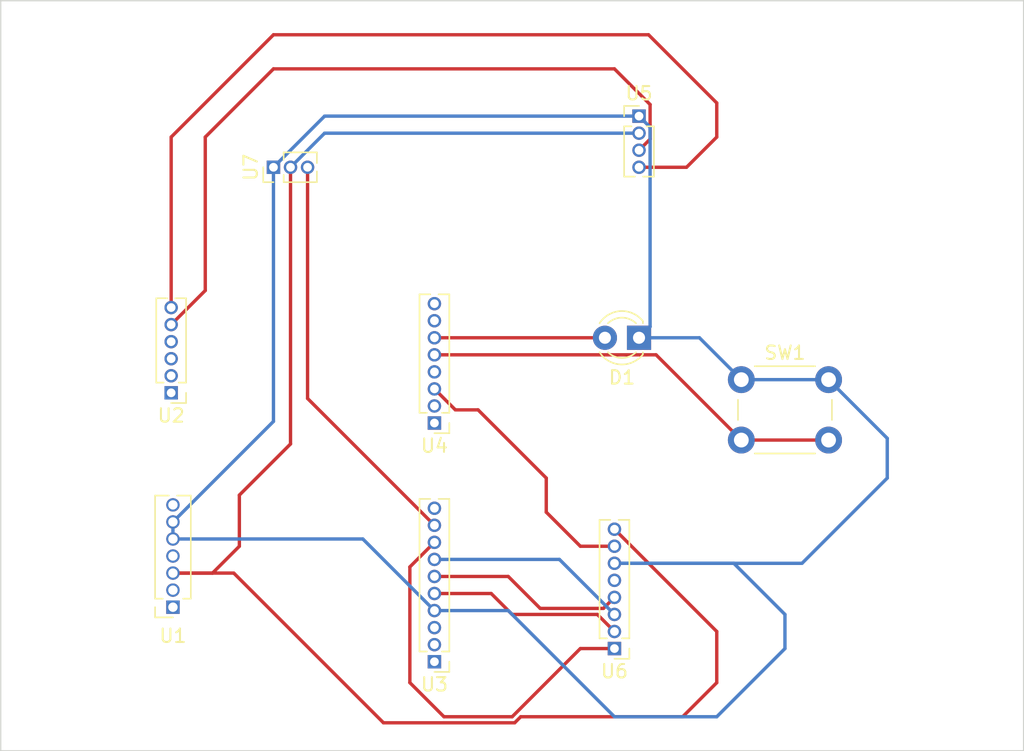
<source format=kicad_pcb>
(kicad_pcb (version 20221018) (generator pcbnew)
  (layers (0 "F.Cu" signal) (31 "B.Cu" signal) (34 "B.Paste" user) (35 "F.Paste" user) (36 "B.SilkS" user "B.Silkscreen") (37 "F.SilkS" user "F.Silkscreen") (38 "B.Mask" user) (39 "F.Mask" user) (44 "Edge.Cuts" user))
  (net 0 "")
  (net 1 "GND")
  (net 2 "Net-(D1-A)")
  (net 3 "Net-(SW1A-B)")
  (net 6 "+3.3V")
  (net 13 "/A4")
  (net 14 "/A5")
  (net 18 "/13")
  (net 19 "/12")
  (net 20 "/11")
  (net 21 "/10")
  (net 22 "/9")
  (net 26 "/5")
  (footprint "Connector_PinHeader_1.27mm:PinHeader_1x08_P1.27mm_Vertical" (layer "F.Cu") (at 109.22 81.28 180)
    (fp_text reference "U6" (at 0 -1.695) (layer "F.SilkS"))
    (fp_text value "~")
    (fp_line (start -1.11 -0.76) (end 0 -0.76) (stroke (width 0.12)) (layer "F.SilkS"))
    (fp_line (start -1.11 0) (end -1.11 -0.76) (stroke (width 0.12)) (layer "F.SilkS"))
    (fp_line (start -1.11 0.76) (end -1.11 9.585) (stroke (width 0.12)) (layer "F.SilkS"))
    (fp_line (start -1.11 0.76) (end -0.563471 0.76) (stroke (width 0.12)) (layer "F.SilkS"))
    (fp_line (start -1.11 9.585) (end -0.30753 9.585) (stroke (width 0.12)) (layer "F.SilkS"))
    (fp_line (start 0.30753 9.585) (end 1.11 9.585) (stroke (width 0.12)) (layer "F.SilkS"))
    (fp_line (start 0.563471 0.76) (end 1.11 0.76) (stroke (width 0.12)) (layer "F.SilkS"))
    (fp_line (start 1.11 0.76) (end 1.11 9.585) (stroke (width 0.12)) (layer "F.SilkS"))
    (pad "1" thru_hole rect (at 0 0 180) (size 1 1) (drill 0.65) (layers "*.Cu" "*.Mask") (net 21 "/10"))
    (pad "2" thru_hole oval (at 0 1.27 180) (size 1 1) (drill 0.65) (layers "*.Cu" "*.Mask") (net 18 "/13"))
    (pad "3" thru_hole oval (at 0 2.54 180) (size 1 1) (drill 0.65) (layers "*.Cu" "*.Mask") (net 20 "/11"))
    (pad "4" thru_hole oval (at 0 3.81 180) (size 1 1) (drill 0.65) (layers "*.Cu" "*.Mask") (net 19 "/12"))
    (pad "5" thru_hole oval (at 0 5.08 180) (size 1 1) (drill 0.65) (layers "*.Cu" "*.Mask"))
    (pad "6" thru_hole oval (at 0 6.35 180) (size 1 1) (drill 0.65) (layers "*.Cu" "*.Mask") (net 1 "GND"))
    (pad "7" thru_hole oval (at 0 7.62 180) (size 1 1) (drill 0.65) (layers "*.Cu" "*.Mask") (net 26 "/5"))
    (pad "8" thru_hole oval (at 0 8.89 180) (size 1 1) (drill 0.65) (layers "*.Cu" "*.Mask") (net 6 "+3.3V"))
  )
  (footprint "Connector_PinHeader_1.27mm:PinHeader_1x04_P1.27mm_Vertical" (layer "F.Cu") (at 111.05 41.62)
    (fp_text reference "U5" (at 0 -1.695) (layer "F.SilkS"))
    (fp_text value "~")
    (fp_line (start -1.11 -0.76) (end 0 -0.76) (stroke (width 0.12)) (layer "F.SilkS"))
    (fp_line (start -1.11 0) (end -1.11 -0.76) (stroke (width 0.12)) (layer "F.SilkS"))
    (fp_line (start -1.11 0.76) (end -1.11 4.505) (stroke (width 0.12)) (layer "F.SilkS"))
    (fp_line (start -1.11 0.76) (end -0.563471 0.76) (stroke (width 0.12)) (layer "F.SilkS"))
    (fp_line (start -1.11 4.505) (end -0.30753 4.505) (stroke (width 0.12)) (layer "F.SilkS"))
    (fp_line (start 0.30753 4.505) (end 1.11 4.505) (stroke (width 0.12)) (layer "F.SilkS"))
    (fp_line (start 0.563471 0.76) (end 1.11 0.76) (stroke (width 0.12)) (layer "F.SilkS"))
    (fp_line (start 1.11 0.76) (end 1.11 4.505) (stroke (width 0.12)) (layer "F.SilkS"))
    (pad "1" thru_hole rect (at 0 0) (size 1 1) (drill 0.65) (layers "*.Cu" "*.Mask") (net 1 "GND"))
    (pad "2" thru_hole oval (at 0 1.27) (size 1 1) (drill 0.65) (layers "*.Cu" "*.Mask") (net 6 "+3.3V"))
    (pad "3" thru_hole oval (at 0 2.54) (size 1 1) (drill 0.65) (layers "*.Cu" "*.Mask") (net 13 "/A4"))
    (pad "4" thru_hole oval (at 0 3.81) (size 1 1) (drill 0.65) (layers "*.Cu" "*.Mask") (net 14 "/A5"))
  )
  (footprint "Connector_PinHeader_1.27mm:PinHeader_1x08_P1.27mm_Vertical" (layer "F.Cu") (at 95.81 64.48 180)
    (fp_text reference "U4" (at 0 -1.695) (layer "F.SilkS"))
    (fp_text value "~")
    (fp_line (start -1.11 -0.76) (end 0 -0.76) (stroke (width 0.12)) (layer "F.SilkS"))
    (fp_line (start -1.11 0) (end -1.11 -0.76) (stroke (width 0.12)) (layer "F.SilkS"))
    (fp_line (start -1.11 0.76) (end -1.11 9.585) (stroke (width 0.12)) (layer "F.SilkS"))
    (fp_line (start -1.11 0.76) (end -0.563471 0.76) (stroke (width 0.12)) (layer "F.SilkS"))
    (fp_line (start -1.11 9.585) (end -0.30753 9.585) (stroke (width 0.12)) (layer "F.SilkS"))
    (fp_line (start 0.30753 9.585) (end 1.11 9.585) (stroke (width 0.12)) (layer "F.SilkS"))
    (fp_line (start 0.563471 0.76) (end 1.11 0.76) (stroke (width 0.12)) (layer "F.SilkS"))
    (fp_line (start 1.11 0.76) (end 1.11 9.585) (stroke (width 0.12)) (layer "F.SilkS"))
    (pad "1" thru_hole rect (at 0 0 180) (size 1 1) (drill 0.65) (layers "*.Cu" "*.Mask"))
    (pad "2" thru_hole oval (at 0 1.27 180) (size 1 1) (drill 0.65) (layers "*.Cu" "*.Mask"))
    (pad "3" thru_hole oval (at 0 2.54 180) (size 1 1) (drill 0.65) (layers "*.Cu" "*.Mask") (net 26 "/5"))
    (pad "4" thru_hole oval (at 0 3.81 180) (size 1 1) (drill 0.65) (layers "*.Cu" "*.Mask"))
    (pad "5" thru_hole oval (at 0 5.08 180) (size 1 1) (drill 0.65) (layers "*.Cu" "*.Mask") (net 3 "Net-(SW1A-B)"))
    (pad "6" thru_hole oval (at 0 6.35 180) (size 1 1) (drill 0.65) (layers "*.Cu" "*.Mask") (net 2 "Net-(D1-A)"))
    (pad "7" thru_hole oval (at 0 7.62 180) (size 1 1) (drill 0.65) (layers "*.Cu" "*.Mask"))
    (pad "8" thru_hole oval (at 0 8.89 180) (size 1 1) (drill 0.65) (layers "*.Cu" "*.Mask"))
  )
  (footprint "Connector_PinHeader_1.27mm:PinHeader_1x06_P1.27mm_Vertical" (layer "F.Cu") (at 76.2 62.23 180)
    (fp_text reference "U2" (at 0 -1.695) (layer "F.SilkS"))
    (fp_text value "~")
    (fp_line (start -1.11 -0.76) (end 0 -0.76) (stroke (width 0.12)) (layer "F.SilkS"))
    (fp_line (start -1.11 0) (end -1.11 -0.76) (stroke (width 0.12)) (layer "F.SilkS"))
    (fp_line (start -1.11 0.76) (end -1.11 7.045) (stroke (width 0.12)) (layer "F.SilkS"))
    (fp_line (start -1.11 0.76) (end -0.563471 0.76) (stroke (width 0.12)) (layer "F.SilkS"))
    (fp_line (start -1.11 7.045) (end -0.30753 7.045) (stroke (width 0.12)) (layer "F.SilkS"))
    (fp_line (start 0.30753 7.045) (end 1.11 7.045) (stroke (width 0.12)) (layer "F.SilkS"))
    (fp_line (start 0.563471 0.76) (end 1.11 0.76) (stroke (width 0.12)) (layer "F.SilkS"))
    (fp_line (start 1.11 0.76) (end 1.11 7.045) (stroke (width 0.12)) (layer "F.SilkS"))
    (pad "1" thru_hole rect (at 0 0 180) (size 1 1) (drill 0.65) (layers "*.Cu" "*.Mask"))
    (pad "2" thru_hole oval (at 0 1.27 180) (size 1 1) (drill 0.65) (layers "*.Cu" "*.Mask"))
    (pad "3" thru_hole oval (at 0 2.54 180) (size 1 1) (drill 0.65) (layers "*.Cu" "*.Mask"))
    (pad "4" thru_hole oval (at 0 3.81 180) (size 1 1) (drill 0.65) (layers "*.Cu" "*.Mask"))
    (pad "5" thru_hole oval (at 0 5.08 180) (size 1 1) (drill 0.65) (layers "*.Cu" "*.Mask") (net 13 "/A4"))
    (pad "6" thru_hole oval (at 0 6.35 180) (size 1 1) (drill 0.65) (layers "*.Cu" "*.Mask") (net 14 "/A5"))
  )
  (footprint "Button_Switch_THT:SW_PUSH_6mm" (layer "F.Cu") (at 118.67 61.25)
    (fp_text reference "SW1" (at 3.25 -2) (layer "F.SilkS"))
    (fp_text value "SW_DPST_x2")
    (fp_line (start -0.25 1.5) (end -0.25 3) (stroke (width 0.12)) (layer "F.SilkS"))
    (fp_line (start 1 5.5) (end 5.5 5.5) (stroke (width 0.12)) (layer "F.SilkS"))
    (fp_line (start 5.5 -1) (end 1 -1) (stroke (width 0.12)) (layer "F.SilkS"))
    (fp_line (start 6.75 3) (end 6.75 1.5) (stroke (width 0.12)) (layer "F.SilkS"))
    (pad "1" thru_hole circle (at 0 0 90) (size 2 2) (drill 1.1) (layers "*.Cu" "*.Mask") (net 1 "GND"))
    (pad "1" thru_hole circle (at 6.5 0 90) (size 2 2) (drill 1.1) (layers "*.Cu" "*.Mask") (net 1 "GND"))
    (pad "2" thru_hole circle (at 0 4.5 90) (size 2 2) (drill 1.1) (layers "*.Cu" "*.Mask") (net 3 "Net-(SW1A-B)"))
    (pad "2" thru_hole circle (at 6.5 4.5 90) (size 2 2) (drill 1.1) (layers "*.Cu" "*.Mask") (net 3 "Net-(SW1A-B)"))
  )
  (footprint "Connector_PinSocket_1.27mm:PinSocket_1x07_P1.27mm_Vertical" (layer "F.Cu") (at 76.332171 78.198378 180)
    (fp_text reference "U1" (at 0 -2.135) (layer "F.SilkS"))
    (fp_text value "~")
    (fp_line (start -1.33 0.635) (end -1.33 8.315) (stroke (width 0.12)) (layer "F.SilkS"))
    (fp_line (start -1.33 0.635) (end -0.76 0.635) (stroke (width 0.12)) (layer "F.SilkS"))
    (fp_line (start -1.33 8.315) (end -0.30753 8.315) (stroke (width 0.12)) (layer "F.SilkS"))
    (fp_line (start 0 -0.76) (end 1.33 -0.76) (stroke (width 0.12)) (layer "F.SilkS"))
    (fp_line (start 0.30753 8.315) (end 1.33 8.315) (stroke (width 0.12)) (layer "F.SilkS"))
    (fp_line (start 0.76 0.635) (end 1.33 0.635) (stroke (width 0.12)) (layer "F.SilkS"))
    (fp_line (start 1.33 -0.76) (end 1.33 0) (stroke (width 0.12)) (layer "F.SilkS"))
    (fp_line (start 1.33 0.635) (end 1.33 8.315) (stroke (width 0.12)) (layer "F.SilkS"))
    (pad "1" thru_hole rect (at 0 0 180) (size 1 1) (drill 0.7) (layers "*.Cu" "*.Mask"))
    (pad "2" thru_hole oval (at 0 1.27 180) (size 1 1) (drill 0.7) (layers "*.Cu" "*.Mask"))
    (pad "3" thru_hole oval (at 0 2.54 180) (size 1 1) (drill 0.7) (layers "*.Cu" "*.Mask") (net 6 "+3.3V"))
    (pad "4" thru_hole oval (at 0 3.81 180) (size 1 1) (drill 0.7) (layers "*.Cu" "*.Mask"))
    (pad "5" thru_hole oval (at 0 5.08 180) (size 1 1) (drill 0.7) (layers "*.Cu" "*.Mask") (net 1 "GND"))
    (pad "6" thru_hole oval (at 0 6.35 180) (size 1 1) (drill 0.7) (layers "*.Cu" "*.Mask") (net 1 "GND"))
    (pad "7" thru_hole oval (at 0 7.62 180) (size 1 1) (drill 0.7) (layers "*.Cu" "*.Mask"))
  )
  (footprint "Connector_PinHeader_1.27mm:PinHeader_1x03_P1.27mm_Vertical" (layer "F.Cu") (at 83.82 45.43 90)
    (fp_text reference "U7" (at 0 -1.695 90) (layer "F.SilkS"))
    (fp_text value "~")
    (fp_line (start -1.11 -0.76) (end 0 -0.76) (stroke (width 0.12)) (layer "F.SilkS"))
    (fp_line (start -1.11 0) (end -1.11 -0.76) (stroke (width 0.12)) (layer "F.SilkS"))
    (fp_line (start -1.11 0.76) (end -1.11 3.235) (stroke (width 0.12)) (layer "F.SilkS"))
    (fp_line (start -1.11 0.76) (end -0.563471 0.76) (stroke (width 0.12)) (layer "F.SilkS"))
    (fp_line (start -1.11 3.235) (end -0.30753 3.235) (stroke (width 0.12)) (layer "F.SilkS"))
    (fp_line (start 0.30753 3.235) (end 1.11 3.235) (stroke (width 0.12)) (layer "F.SilkS"))
    (fp_line (start 0.563471 0.76) (end 1.11 0.76) (stroke (width 0.12)) (layer "F.SilkS"))
    (fp_line (start 1.11 0.76) (end 1.11 3.235) (stroke (width 0.12)) (layer "F.SilkS"))
    (pad "1" thru_hole rect (at 0 0 90) (size 1 1) (drill 0.65) (layers "*.Cu" "*.Mask") (net 1 "GND"))
    (pad "2" thru_hole oval (at 0 1.27 90) (size 1 1) (drill 0.65) (layers "*.Cu" "*.Mask") (net 6 "+3.3V"))
    (pad "3" thru_hole oval (at 0 2.54 90) (size 1 1) (drill 0.65) (layers "*.Cu" "*.Mask") (net 22 "/9"))
  )
  (footprint "LED_THT:LED_D3.0mm" (layer "F.Cu") (at 111.05 58.13 180)
    (fp_text reference "D1" (at 1.27 -2.96) (layer "F.SilkS"))
    (fp_text value "LED")
    (fp_line (start -0.29 -1.236) (end -0.29 -1.08) (stroke (width 0.12)) (layer "F.SilkS"))
    (fp_line (start -0.29 1.08) (end -0.29 1.236) (stroke (width 0.12)) (layer "F.SilkS"))
    (fp_arc (start -0.29 -1.235516) (mid 1.366487 -1.987659) (end 2.942335 -1.078608) (stroke (width 0.12)) (layer "F.SilkS"))
    (fp_arc (start 0.229039 -1.08) (mid 1.270117 -1.5) (end 2.31113 -1.079837) (stroke (width 0.12)) (layer "F.SilkS"))
    (fp_arc (start 2.31113 1.079837) (mid 1.270117 1.5) (end 0.229039 1.08) (stroke (width 0.12)) (layer "F.SilkS"))
    (fp_arc (start 2.942335 1.078608) (mid 1.366487 1.987659) (end -0.29 1.235516) (stroke (width 0.12)) (layer "F.SilkS"))
    (pad "1" thru_hole rect (at 0 0 180) (size 1.8 1.8) (drill 0.9) (layers "*.Cu" "*.Mask") (net 1 "GND"))
    (pad "2" thru_hole circle (at 2.54 0 180) (size 1.8 1.8) (drill 0.9) (layers "*.Cu" "*.Mask") (net 2 "Net-(D1-A)"))
  )
  (footprint "Connector_PinHeader_1.27mm:PinHeader_1x10_P1.27mm_Vertical" (layer "F.Cu") (at 95.81 82.26 180)
    (fp_text reference "U3" (at 0 -1.695) (layer "F.SilkS"))
    (fp_text value "~")
    (fp_line (start -1.11 -0.76) (end 0 -0.76) (stroke (width 0.12)) (layer "F.SilkS"))
    (fp_line (start -1.11 0) (end -1.11 -0.76) (stroke (width 0.12)) (layer "F.SilkS"))
    (fp_line (start -1.11 0.76) (end -1.11 12.125) (stroke (width 0.12)) (layer "F.SilkS"))
    (fp_line (start -1.11 0.76) (end -0.563471 0.76) (stroke (width 0.12)) (layer "F.SilkS"))
    (fp_line (start -1.11 12.125) (end -0.30753 12.125) (stroke (width 0.12)) (layer "F.SilkS"))
    (fp_line (start 0.30753 12.125) (end 1.11 12.125) (stroke (width 0.12)) (layer "F.SilkS"))
    (fp_line (start 0.563471 0.76) (end 1.11 0.76) (stroke (width 0.12)) (layer "F.SilkS"))
    (fp_line (start 1.11 0.76) (end 1.11 12.125) (stroke (width 0.12)) (layer "F.SilkS"))
    (pad "1" thru_hole rect (at 0 0 180) (size 1 1) (drill 0.65) (layers "*.Cu" "*.Mask"))
    (pad "2" thru_hole oval (at 0 1.27 180) (size 1 1) (drill 0.65) (layers "*.Cu" "*.Mask"))
    (pad "3" thru_hole oval (at 0 2.54 180) (size 1 1) (drill 0.65) (layers "*.Cu" "*.Mask"))
    (pad "4" thru_hole oval (at 0 3.81 180) (size 1 1) (drill 0.65) (layers "*.Cu" "*.Mask") (net 1 "GND"))
    (pad "5" thru_hole oval (at 0 5.08 180) (size 1 1) (drill 0.65) (layers "*.Cu" "*.Mask") (net 18 "/13"))
    (pad "6" thru_hole oval (at 0 6.35 180) (size 1 1) (drill 0.65) (layers "*.Cu" "*.Mask") (net 19 "/12"))
    (pad "7" thru_hole oval (at 0 7.62 180) (size 1 1) (drill 0.65) (layers "*.Cu" "*.Mask") (net 20 "/11"))
    (pad "8" thru_hole oval (at 0 8.89 180) (size 1 1) (drill 0.65) (layers "*.Cu" "*.Mask") (net 21 "/10"))
    (pad "9" thru_hole oval (at 0 10.16 180) (size 1 1) (drill 0.65) (layers "*.Cu" "*.Mask") (net 22 "/9"))
    (pad "10" thru_hole oval (at 0 11.43 180) (size 1 1) (drill 0.65) (layers "*.Cu" "*.Mask"))
  )
  (gr_rect (start 63.5 33.02) (end 139.7 88.9) (stroke (width 0.1)) (fill none) (layer "Edge.Cuts"))
  (segment (start 129.54 68.58) (end 123.19 74.93) (width 0.25) (layer "B.Cu") (net 1))
  (segment (start 83.82 45.43) (end 87.63 41.62) (width 0.25) (layer "B.Cu") (net 1))
  (segment (start 121.92 78.74) (end 118.11 74.93) (width 0.25) (layer "B.Cu") (net 1))
  (segment (start 115.55 58.13) (end 118.67 61.25) (width 0.25) (layer "B.Cu") (net 1))
  (segment (start 76.332171 71.848378) (end 83.82 64.360549) (width 0.25) (layer "B.Cu") (net 1))
  (segment (start 109.22 86.36) (end 116.84 86.36) (width 0.25) (layer "B.Cu") (net 1))
  (segment (start 111.05 58.13) (end 115.55 58.13) (width 0.25) (layer "B.Cu") (net 1))
  (segment (start 118.67 61.25) (end 125.17 61.25) (width 0.25) (layer "B.Cu") (net 1))
  (segment (start 111.875 57.305) (end 111.05 58.13) (width 0.25) (layer "B.Cu") (net 1))
  (segment (start 129.54 65.62) (end 129.54 68.58) (width 0.25) (layer "B.Cu") (net 1))
  (segment (start 83.82 64.360549) (end 83.82 45.43) (width 0.25) (layer "B.Cu") (net 1))
  (segment (start 118.11 74.93) (end 109.22 74.93) (width 0.25) (layer "B.Cu") (net 1))
  (segment (start 76.332171 73.118378) (end 90.478378 73.118378) (width 0.25) (layer "B.Cu") (net 1))
  (segment (start 125.17 61.25) (end 129.54 65.62) (width 0.25) (layer "B.Cu") (net 1))
  (segment (start 87.63 41.62) (end 111.05 41.62) (width 0.25) (layer "B.Cu") (net 1))
  (segment (start 121.92 81.28) (end 121.92 78.74) (width 0.25) (layer "B.Cu") (net 1))
  (segment (start 101.31 78.45) (end 109.22 86.36) (width 0.25) (layer "B.Cu") (net 1))
  (segment (start 123.19 74.93) (end 109.22 74.93) (width 0.25) (layer "B.Cu") (net 1))
  (segment (start 76.332171 71.848378) (end 76.332171 73.118378) (width 0.25) (layer "B.Cu") (net 1))
  (segment (start 95.81 78.45) (end 101.31 78.45) (width 0.25) (layer "B.Cu") (net 1))
  (segment (start 111.05 41.62) (end 111.875 42.445) (width 0.25) (layer "B.Cu") (net 1))
  (segment (start 116.84 86.36) (end 121.92 81.28) (width 0.25) (layer "B.Cu") (net 1))
  (segment (start 111.875 42.445) (end 111.875 57.305) (width 0.25) (layer "B.Cu") (net 1))
  (segment (start 90.478378 73.118378) (end 95.81 78.45) (width 0.25) (layer "B.Cu") (net 1))
  (segment (start 95.81 58.13) (end 108.51 58.13) (width 0.25) (layer "F.Cu") (net 2))
  (segment (start 95.81 59.4) (end 112.32 59.4) (width 0.25) (layer "F.Cu") (net 3))
  (segment (start 125.17 65.75) (end 118.67 65.75) (width 0.25) (layer "F.Cu") (net 3))
  (segment (start 112.32 59.4) (end 118.67 65.75) (width 0.25) (layer "F.Cu") (net 3))
  (segment (start 80.863378 75.658378) (end 92.015 86.81) (width 0.25) (layer "F.Cu") (net 6))
  (segment (start 114.3 86.36) (end 116.84 83.82) (width 0.25) (layer "F.Cu") (net 6))
  (segment (start 85.09 66.04) (end 81.28 69.85) (width 0.25) (layer "F.Cu") (net 6))
  (segment (start 85.09 45.43) (end 85.09 66.04) (width 0.25) (layer "F.Cu") (net 6))
  (segment (start 81.28 69.85) (end 81.28 73.66) (width 0.25) (layer "F.Cu") (net 6))
  (segment (start 101.786396 86.81) (end 102.236396 86.36) (width 0.25) (layer "F.Cu") (net 6))
  (segment (start 116.84 83.82) (end 116.84 80.01) (width 0.25) (layer "F.Cu") (net 6))
  (segment (start 102.236396 86.36) (end 114.3 86.36) (width 0.25) (layer "F.Cu") (net 6))
  (segment (start 76.332171 75.658378) (end 80.863378 75.658378) (width 0.25) (layer "F.Cu") (net 6))
  (segment (start 81.28 73.66) (end 79.281622 75.658378) (width 0.25) (layer "F.Cu") (net 6))
  (segment (start 79.281622 75.658378) (end 76.332171 75.658378) (width 0.25) (layer "F.Cu") (net 6))
  (segment (start 92.015 86.81) (end 101.786396 86.81) (width 0.25) (layer "F.Cu") (net 6))
  (segment (start 116.84 80.01) (end 109.22 72.39) (width 0.25) (layer "F.Cu") (net 6))
  (segment (start 85.09 45.43) (end 87.63 42.89) (width 0.25) (layer "B.Cu") (net 6))
  (segment (start 87.63 42.89) (end 111.05 42.89) (width 0.25) (layer "B.Cu") (net 6))
  (segment (start 78.74 43.18) (end 83.82 38.1) (width 0.25) (layer "F.Cu") (net 13))
  (segment (start 78.74 54.61) (end 78.74 43.18) (width 0.25) (layer "F.Cu") (net 13))
  (segment (start 76.2 57.15) (end 78.74 54.61) (width 0.25) (layer "F.Cu") (net 13))
  (segment (start 109.22 38.1) (end 111.875 40.755) (width 0.25) (layer "F.Cu") (net 13))
  (segment (start 83.82 38.1) (end 109.22 38.1) (width 0.25) (layer "F.Cu") (net 13))
  (segment (start 111.875 43.335) (end 111.05 44.16) (width 0.25) (layer "F.Cu") (net 13))
  (segment (start 111.875 40.755) (end 111.875 43.335) (width 0.25) (layer "F.Cu") (net 13))
  (segment (start 76.2 55.88) (end 76.2 43.18) (width 0.25) (layer "F.Cu") (net 14))
  (segment (start 83.82 35.56) (end 111.76 35.56) (width 0.25) (layer "F.Cu") (net 14))
  (segment (start 111.76 35.56) (end 116.84 40.64) (width 0.25) (layer "F.Cu") (net 14))
  (segment (start 116.84 40.64) (end 116.84 43.18) (width 0.25) (layer "F.Cu") (net 14))
  (segment (start 116.84 43.18) (end 114.59 45.43) (width 0.25) (layer "F.Cu") (net 14))
  (segment (start 114.59 45.43) (end 111.05 45.43) (width 0.25) (layer "F.Cu") (net 14))
  (segment (start 76.2 43.18) (end 83.82 35.56) (width 0.25) (layer "F.Cu") (net 14))
  (segment (start 107.95 78.74) (end 109.22 80.01) (width 0.25) (layer "F.Cu") (net 18))
  (segment (start 95.81 77.18) (end 100.04 77.18) (width 0.25) (layer "F.Cu") (net 18))
  (segment (start 100.04 77.18) (end 101.6 78.74) (width 0.25) (layer "F.Cu") (net 18))
  (segment (start 101.6 78.74) (end 107.95 78.74) (width 0.25) (layer "F.Cu") (net 18))
  (segment (start 95.81 75.91) (end 101.31 75.91) (width 0.25) (layer "F.Cu") (net 19))
  (segment (start 101.31 75.91) (end 103.69 78.29) (width 0.25) (layer "F.Cu") (net 19))
  (segment (start 108.4 78.29) (end 109.22 77.47) (width 0.25) (layer "F.Cu") (net 19))
  (segment (start 103.69 78.29) (end 108.4 78.29) (width 0.25) (layer "F.Cu") (net 19))
  (segment (start 95.81 74.64) (end 105.12 74.64) (width 0.25) (layer "B.Cu") (net 20))
  (segment (start 105.12 74.64) (end 109.22 78.74) (width 0.25) (layer "B.Cu") (net 20))
  (segment (start 93.98 75.2) (end 93.98 83.82) (width 0.25) (layer "F.Cu") (net 21))
  (segment (start 96.52 86.36) (end 101.6 86.36) (width 0.25) (layer "F.Cu") (net 21))
  (segment (start 95.81 73.37) (end 93.98 75.2) (width 0.25) (layer "F.Cu") (net 21))
  (segment (start 101.6 86.36) (end 106.68 81.28) (width 0.25) (layer "F.Cu") (net 21))
  (segment (start 93.98 83.82) (end 96.52 86.36) (width 0.25) (layer "F.Cu") (net 21))
  (segment (start 106.68 81.28) (end 109.22 81.28) (width 0.25) (layer "F.Cu") (net 21))
  (segment (start 86.36 45.43) (end 86.36 62.65) (width 0.25) (layer "F.Cu") (net 22))
  (segment (start 86.36 62.65) (end 95.81 72.1) (width 0.25) (layer "F.Cu") (net 22))
  (segment (start 97.37 63.5) (end 99.06 63.5) (width 0.25) (layer "F.Cu") (net 26))
  (segment (start 104.14 68.58) (end 104.14 71.12) (width 0.25) (layer "F.Cu") (net 26))
  (segment (start 99.06 63.5) (end 104.14 68.58) (width 0.25) (layer "F.Cu") (net 26))
  (segment (start 95.81 61.94) (end 97.37 63.5) (width 0.25) (layer "F.Cu") (net 26))
  (segment (start 106.68 73.66) (end 109.22 73.66) (width 0.25) (layer "F.Cu") (net 26))
  (segment (start 104.14 71.12) (end 106.68 73.66) (width 0.25) (layer "F.Cu") (net 26))
)
</source>
